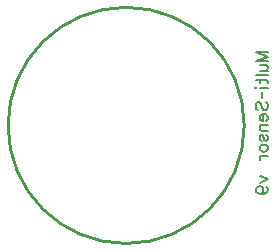
<source format=gbr>
G04 DipTrace 3.2.0.1*
G04 BottomSilk.gbr*
%MOIN*%
G04 #@! TF.FileFunction,Legend,Bot*
G04 #@! TF.Part,Single*
%ADD10C,0.009843*%
%ADD62C,0.006176*%
%FSLAX26Y26*%
G04*
G70*
G90*
G75*
G01*
G04 BotSilk*
%LPD*%
X577559Y959497D2*
D10*
G02X577559Y959497I393701J0D01*
G01*
X1443911Y1173397D2*
D62*
X1403719D1*
X1443911Y1188696D1*
X1403719Y1203994D1*
X1443911D1*
X1417117Y1161046D2*
X1436262D1*
X1441966Y1159144D1*
X1443911Y1155298D1*
Y1149550D1*
X1441966Y1145747D1*
X1436262Y1139999D1*
X1417117D2*
X1443911D1*
X1403719Y1127648D2*
X1443911D1*
X1403719Y1109548D2*
X1436262D1*
X1441966Y1107647D1*
X1443911Y1103800D1*
Y1099998D1*
X1417117Y1115296D2*
Y1101899D1*
X1403719Y1087646D2*
X1405620Y1085745D1*
X1403719Y1083799D1*
X1401774Y1085745D1*
X1403719Y1087646D1*
X1417117Y1085745D2*
X1443911D1*
X1423837Y1071448D2*
Y1049340D1*
X1409467Y1010194D2*
X1405620Y1013997D1*
X1403719Y1019745D1*
Y1027394D1*
X1405620Y1033142D1*
X1409467Y1036989D1*
X1413270D1*
X1417117Y1035043D1*
X1419018Y1033142D1*
X1420919Y1029339D1*
X1424766Y1017843D1*
X1426667Y1013997D1*
X1428613Y1012095D1*
X1432415Y1010194D1*
X1438163D1*
X1441966Y1013997D1*
X1443911Y1019745D1*
Y1027394D1*
X1441966Y1033142D1*
X1438163Y1036989D1*
X1428613Y997843D2*
Y974895D1*
X1424766D1*
X1420919Y976796D1*
X1419018Y978697D1*
X1417117Y982544D1*
Y988292D1*
X1419018Y992095D1*
X1422865Y995941D1*
X1428613Y997843D1*
X1432415D1*
X1438163Y995941D1*
X1441966Y992095D1*
X1443911Y988292D1*
Y982544D1*
X1441966Y978697D1*
X1438163Y974895D1*
X1417117Y962543D2*
X1443911D1*
X1424766D2*
X1419018Y956795D1*
X1417117Y952949D1*
Y947245D1*
X1419018Y943398D1*
X1424766Y941497D1*
X1443911D1*
X1422865Y908099D2*
X1419018Y910000D1*
X1417117Y915748D1*
Y921496D1*
X1419018Y927244D1*
X1422865Y929145D1*
X1426667Y927244D1*
X1428613Y923397D1*
X1430514Y913847D1*
X1432415Y910000D1*
X1436262Y908099D1*
X1438163D1*
X1441966Y910000D1*
X1443911Y915748D1*
Y921496D1*
X1441966Y927244D1*
X1438163Y929145D1*
X1417117Y886197D2*
X1419018Y889999D1*
X1422865Y893846D1*
X1428613Y895747D1*
X1432415D1*
X1438163Y893846D1*
X1441966Y889999D1*
X1443911Y886197D1*
Y880449D1*
X1441966Y876602D1*
X1438163Y872799D1*
X1432415Y870854D1*
X1428613D1*
X1422865Y872799D1*
X1419018Y876602D1*
X1417117Y880449D1*
Y886197D1*
Y858503D2*
X1443911D1*
X1428613D2*
X1422865Y856557D1*
X1419018Y852755D1*
X1417117Y848908D1*
Y843160D1*
Y791928D2*
X1443911Y780431D1*
X1417117Y768980D1*
Y731735D2*
X1422865Y733680D1*
X1426711Y737483D1*
X1428613Y743231D1*
Y745132D1*
X1426711Y750880D1*
X1422865Y754683D1*
X1417117Y756628D1*
X1415215D1*
X1409467Y754683D1*
X1405665Y750880D1*
X1403763Y745132D1*
Y743231D1*
X1405665Y737483D1*
X1409467Y733680D1*
X1417117Y731735D1*
X1426711D1*
X1436262Y733680D1*
X1442010Y737483D1*
X1443911Y743231D1*
Y747034D1*
X1442010Y752782D1*
X1438163Y754683D1*
M02*

</source>
